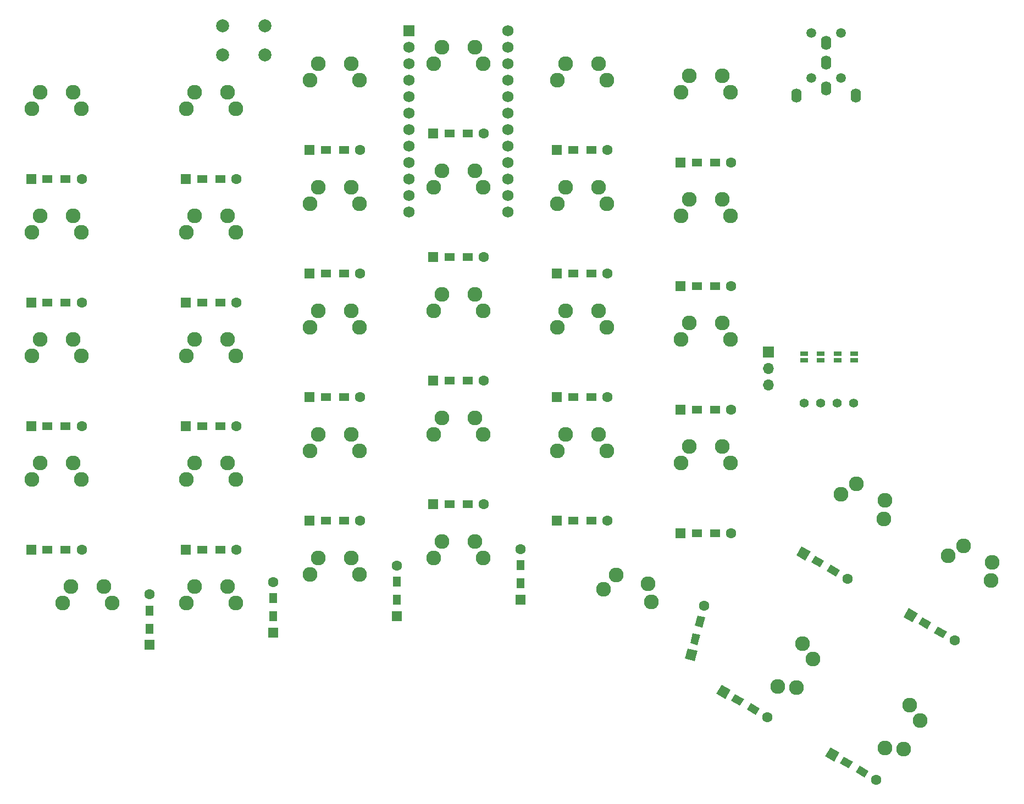
<source format=gbs>
G04 #@! TF.GenerationSoftware,KiCad,Pcbnew,(5.1.5)-3*
G04 #@! TF.CreationDate,2021-01-21T15:18:59+08:00*
G04 #@! TF.ProjectId,redox_rev1,7265646f-785f-4726-9576-312e6b696361,1.0*
G04 #@! TF.SameCoordinates,Original*
G04 #@! TF.FileFunction,Soldermask,Bot*
G04 #@! TF.FilePolarity,Negative*
%FSLAX46Y46*%
G04 Gerber Fmt 4.6, Leading zero omitted, Abs format (unit mm)*
G04 Created by KiCad (PCBNEW (5.1.5)-3) date 2021-01-21 15:18:59*
%MOMM*%
%LPD*%
G04 APERTURE LIST*
%ADD10R,1.600000X1.600000*%
%ADD11C,1.600000*%
%ADD12R,1.600000X1.200000*%
%ADD13C,2.286000*%
%ADD14R,1.143000X0.635000*%
%ADD15C,1.397000*%
%ADD16R,1.700000X1.700000*%
%ADD17O,1.700000X1.700000*%
%ADD18C,0.100000*%
%ADD19R,1.200000X1.600000*%
%ADD20C,2.000000*%
%ADD21C,1.500000*%
%ADD22O,1.600000X2.200000*%
%ADD23R,1.752600X1.752600*%
%ADD24C,1.752600*%
G04 APERTURE END LIST*
D10*
X85315000Y-113030000D03*
D11*
X93115000Y-113030000D03*
D12*
X87815000Y-113030000D03*
X90615000Y-113030000D03*
D10*
X85315000Y-132080000D03*
D11*
X93115000Y-132080000D03*
D12*
X87815000Y-132080000D03*
X90615000Y-132080000D03*
D10*
X85315000Y-74930000D03*
D11*
X93115000Y-74930000D03*
D12*
X87815000Y-74930000D03*
X90615000Y-74930000D03*
D10*
X85315000Y-93980000D03*
D11*
X93115000Y-93980000D03*
D12*
X87815000Y-93980000D03*
X90615000Y-93980000D03*
D13*
X85405000Y-64135000D03*
X91755000Y-61595000D03*
X86675000Y-61595000D03*
X93025000Y-64135000D03*
X85405000Y-102235000D03*
X91755000Y-99695000D03*
X86675000Y-99695000D03*
X93025000Y-102235000D03*
X85405000Y-83185000D03*
X91755000Y-80645000D03*
X86675000Y-80645000D03*
X93025000Y-83185000D03*
X93025000Y-121285000D03*
X86675000Y-118745000D03*
X91755000Y-118745000D03*
X85405000Y-121285000D03*
D14*
X204375000Y-102875380D03*
X204375000Y-101874620D03*
X206950000Y-101874620D03*
X206950000Y-102875380D03*
X209525000Y-101874620D03*
X209525000Y-102875380D03*
X212100000Y-101874620D03*
X212100000Y-102875380D03*
D15*
X204400000Y-109475000D03*
X206940000Y-109475000D03*
X209480000Y-109475000D03*
X212020000Y-109475000D03*
D13*
X185420000Y-61595000D03*
X191770000Y-59055000D03*
X186690000Y-59055000D03*
X193040000Y-61595000D03*
D16*
X198882000Y-101600000D03*
D17*
X198882000Y-104140000D03*
X198882000Y-106680000D03*
D10*
X128180000Y-108585000D03*
D11*
X135980000Y-108585000D03*
D12*
X130680000Y-108585000D03*
X133480000Y-108585000D03*
D10*
X109130000Y-74930000D03*
D11*
X116930000Y-74930000D03*
D12*
X111630000Y-74930000D03*
X114430000Y-74930000D03*
D10*
X128180000Y-70485000D03*
D11*
X135980000Y-70485000D03*
D12*
X130680000Y-70485000D03*
X133480000Y-70485000D03*
D10*
X147230000Y-67945000D03*
D11*
X155030000Y-67945000D03*
D12*
X149730000Y-67945000D03*
X152530000Y-67945000D03*
D10*
X166280000Y-70485000D03*
D11*
X174080000Y-70485000D03*
D12*
X168780000Y-70485000D03*
X171580000Y-70485000D03*
D10*
X185330000Y-72390000D03*
D11*
X193130000Y-72390000D03*
D12*
X187830000Y-72390000D03*
X190630000Y-72390000D03*
D10*
X109130000Y-93980000D03*
D11*
X116930000Y-93980000D03*
D12*
X111630000Y-93980000D03*
X114430000Y-93980000D03*
D10*
X128180000Y-89535000D03*
D11*
X135980000Y-89535000D03*
D12*
X130680000Y-89535000D03*
X133480000Y-89535000D03*
D10*
X147230000Y-86995000D03*
D11*
X155030000Y-86995000D03*
D12*
X149730000Y-86995000D03*
X152530000Y-86995000D03*
D10*
X166280000Y-89535000D03*
D11*
X174080000Y-89535000D03*
D12*
X168780000Y-89535000D03*
X171580000Y-89535000D03*
D10*
X185330000Y-91440000D03*
D11*
X193130000Y-91440000D03*
D12*
X187830000Y-91440000D03*
X190630000Y-91440000D03*
D10*
X109130000Y-113030000D03*
D11*
X116930000Y-113030000D03*
D12*
X111630000Y-113030000D03*
X114430000Y-113030000D03*
D10*
X147230000Y-106045000D03*
D11*
X155030000Y-106045000D03*
D12*
X149730000Y-106045000D03*
X152530000Y-106045000D03*
D10*
X166280000Y-108585000D03*
D11*
X174080000Y-108585000D03*
D12*
X168780000Y-108585000D03*
X171580000Y-108585000D03*
D10*
X185330000Y-110490000D03*
D11*
X193130000Y-110490000D03*
D12*
X187830000Y-110490000D03*
X190630000Y-110490000D03*
D18*
G36*
X205360321Y-132377180D02*
G01*
X204560321Y-133762820D01*
X203174681Y-132962820D01*
X203974681Y-131577180D01*
X205360321Y-132377180D01*
G37*
D11*
X211022499Y-136570000D03*
D18*
G36*
X207425384Y-133800385D02*
G01*
X206825384Y-134839615D01*
X205439744Y-134039615D01*
X206039744Y-133000385D01*
X207425384Y-133800385D01*
G37*
G36*
X209850256Y-135200385D02*
G01*
X209250256Y-136239615D01*
X207864616Y-135439615D01*
X208464616Y-134400385D01*
X209850256Y-135200385D01*
G37*
D10*
X109130000Y-132080000D03*
D11*
X116930000Y-132080000D03*
D12*
X111630000Y-132080000D03*
X114430000Y-132080000D03*
D10*
X128180000Y-127635000D03*
D11*
X135980000Y-127635000D03*
D12*
X130680000Y-127635000D03*
X133480000Y-127635000D03*
D10*
X147230000Y-125095000D03*
D11*
X155030000Y-125095000D03*
D12*
X149730000Y-125095000D03*
X152530000Y-125095000D03*
D10*
X166280000Y-127635000D03*
D11*
X174080000Y-127635000D03*
D12*
X168780000Y-127635000D03*
X171580000Y-127635000D03*
D10*
X185330000Y-129540000D03*
D11*
X193130000Y-129540000D03*
D12*
X187830000Y-129540000D03*
X190630000Y-129540000D03*
D18*
G36*
X221870321Y-141902180D02*
G01*
X221070321Y-143287820D01*
X219684681Y-142487820D01*
X220484681Y-141102180D01*
X221870321Y-141902180D01*
G37*
D11*
X227532499Y-146095000D03*
D18*
G36*
X223935384Y-143325385D02*
G01*
X223335384Y-144364615D01*
X221949744Y-143564615D01*
X222549744Y-142525385D01*
X223935384Y-143325385D01*
G37*
G36*
X226360256Y-144725385D02*
G01*
X225760256Y-145764615D01*
X224374616Y-144964615D01*
X224974616Y-143925385D01*
X226360256Y-144725385D01*
G37*
D10*
X103505000Y-146775000D03*
D11*
X103505000Y-138975000D03*
D19*
X103505000Y-144275000D03*
X103505000Y-141475000D03*
D10*
X122555000Y-144870000D03*
D11*
X122555000Y-137070000D03*
D19*
X122555000Y-142370000D03*
X122555000Y-139570000D03*
D10*
X141605000Y-142330000D03*
D11*
X141605000Y-134530000D03*
D19*
X141605000Y-139830000D03*
X141605000Y-137030000D03*
D10*
X160655000Y-139790000D03*
D11*
X160655000Y-131990000D03*
D19*
X160655000Y-137290000D03*
X160655000Y-134490000D03*
D18*
G36*
X186384921Y-147313315D02*
G01*
X187930402Y-147727426D01*
X187516291Y-149272907D01*
X185970810Y-148858796D01*
X186384921Y-147313315D01*
G37*
D11*
X188969394Y-140758889D03*
D18*
G36*
X187225153Y-144950264D02*
G01*
X188384264Y-145260847D01*
X187970153Y-146806328D01*
X186811042Y-146495745D01*
X187225153Y-144950264D01*
G37*
G36*
X187949847Y-142245672D02*
G01*
X189108958Y-142556255D01*
X188694847Y-144101736D01*
X187535736Y-143791153D01*
X187949847Y-142245672D01*
G37*
G36*
X193041321Y-153713180D02*
G01*
X192241321Y-155098820D01*
X190855681Y-154298820D01*
X191655681Y-152913180D01*
X193041321Y-153713180D01*
G37*
D11*
X198703499Y-157906000D03*
D18*
G36*
X195106384Y-155136385D02*
G01*
X194506384Y-156175615D01*
X193120744Y-155375615D01*
X193720744Y-154336385D01*
X195106384Y-155136385D01*
G37*
G36*
X197531256Y-156536385D02*
G01*
X196931256Y-157575615D01*
X195545616Y-156775615D01*
X196145616Y-155736385D01*
X197531256Y-156536385D01*
G37*
G36*
X209805321Y-163365180D02*
G01*
X209005321Y-164750820D01*
X207619681Y-163950820D01*
X208419681Y-162565180D01*
X209805321Y-163365180D01*
G37*
D11*
X215467499Y-167558000D03*
D18*
G36*
X211870384Y-164788385D02*
G01*
X211270384Y-165827615D01*
X209884744Y-165027615D01*
X210484744Y-163988385D01*
X211870384Y-164788385D01*
G37*
G36*
X214295256Y-166188385D02*
G01*
X213695256Y-167227615D01*
X212309616Y-166427615D01*
X212909616Y-165388385D01*
X214295256Y-166188385D01*
G37*
D13*
X173507223Y-138165448D03*
X180298252Y-137355497D03*
X175391349Y-136040696D03*
X180867578Y-140137649D03*
X226570443Y-133055295D03*
X233339705Y-134030591D03*
X228940295Y-131490591D03*
X233169557Y-136865295D03*
X147320000Y-133350000D03*
X153670000Y-130810000D03*
X148590000Y-130810000D03*
X154940000Y-133350000D03*
X128270000Y-135890000D03*
X134620000Y-133350000D03*
X129540000Y-133350000D03*
X135890000Y-135890000D03*
X109220000Y-140335000D03*
X115570000Y-137795000D03*
X110490000Y-137795000D03*
X116840000Y-140335000D03*
X90170000Y-140335000D03*
X96520000Y-137795000D03*
X91440000Y-137795000D03*
X97790000Y-140335000D03*
X185420000Y-118745000D03*
X191770000Y-116205000D03*
X186690000Y-116205000D03*
X193040000Y-118745000D03*
X166370000Y-116840000D03*
X172720000Y-114300000D03*
X167640000Y-114300000D03*
X173990000Y-116840000D03*
X147320000Y-114300000D03*
X153670000Y-111760000D03*
X148590000Y-111760000D03*
X154940000Y-114300000D03*
X128270000Y-116840000D03*
X134620000Y-114300000D03*
X129540000Y-114300000D03*
X135890000Y-116840000D03*
X109220000Y-121285000D03*
X115570000Y-118745000D03*
X110490000Y-118745000D03*
X116840000Y-121285000D03*
X210060443Y-123530295D03*
X216829705Y-124505591D03*
X212430295Y-121965591D03*
X216659557Y-127340295D03*
X185420000Y-99695000D03*
X191770000Y-97155000D03*
X186690000Y-97155000D03*
X193040000Y-99695000D03*
X166370000Y-97790000D03*
X172720000Y-95250000D03*
X167640000Y-95250000D03*
X173990000Y-97790000D03*
X147320000Y-95250000D03*
X153670000Y-92710000D03*
X148590000Y-92710000D03*
X154940000Y-95250000D03*
X128270000Y-97790000D03*
X134620000Y-95250000D03*
X129540000Y-95250000D03*
X135890000Y-97790000D03*
X109220000Y-102235000D03*
X115570000Y-99695000D03*
X110490000Y-99695000D03*
X116840000Y-102235000D03*
X185420000Y-80645000D03*
X191770000Y-78105000D03*
X186690000Y-78105000D03*
X193040000Y-80645000D03*
X166370000Y-78740000D03*
X172720000Y-76200000D03*
X167640000Y-76200000D03*
X173990000Y-78740000D03*
X147320000Y-76200000D03*
X153670000Y-73660000D03*
X148590000Y-73660000D03*
X154940000Y-76200000D03*
X128270000Y-78740000D03*
X134620000Y-76200000D03*
X129540000Y-76200000D03*
X135890000Y-78740000D03*
X109220000Y-83185000D03*
X115570000Y-80645000D03*
X110490000Y-80645000D03*
X116840000Y-83185000D03*
X166370000Y-59690000D03*
X172720000Y-57150000D03*
X167640000Y-57150000D03*
X173990000Y-59690000D03*
X147320000Y-57150000D03*
X153670000Y-54610000D03*
X148590000Y-54610000D03*
X154940000Y-57150000D03*
X128270000Y-59690000D03*
X134620000Y-57150000D03*
X129540000Y-57150000D03*
X135890000Y-59690000D03*
X109220000Y-64135000D03*
X115570000Y-61595000D03*
X110490000Y-61595000D03*
X116840000Y-64135000D03*
X220639705Y-156085443D03*
X219664409Y-162854705D03*
X222204409Y-158455295D03*
X216829705Y-162684557D03*
X204129705Y-146560443D03*
X203154409Y-153329705D03*
X205694409Y-148930295D03*
X200319705Y-153159557D03*
D20*
X114808000Y-55808000D03*
X114808000Y-51308000D03*
X121308000Y-55808000D03*
X121308000Y-51308000D03*
D21*
X210072000Y-59400000D03*
X210072000Y-52400000D03*
D22*
X212372000Y-62100000D03*
X203172000Y-62100000D03*
X207772000Y-61000000D03*
X207772000Y-54000000D03*
D21*
X205472000Y-59400000D03*
X205472000Y-52400000D03*
D22*
X207772000Y-57000000D03*
D23*
X143510000Y-52070000D03*
D24*
X143510000Y-54610000D03*
X143510000Y-57150000D03*
X143510000Y-59690000D03*
X143510000Y-62230000D03*
X143510000Y-64770000D03*
X143510000Y-67310000D03*
X143510000Y-69850000D03*
X143510000Y-72390000D03*
X143510000Y-74930000D03*
X143510000Y-77470000D03*
X158750000Y-80010000D03*
X158750000Y-77470000D03*
X158750000Y-74930000D03*
X158750000Y-72390000D03*
X158750000Y-69850000D03*
X158750000Y-67310000D03*
X158750000Y-64770000D03*
X158750000Y-62230000D03*
X158750000Y-59690000D03*
X158750000Y-57150000D03*
X158750000Y-54610000D03*
X143510000Y-80010000D03*
X158750000Y-52070000D03*
M02*

</source>
